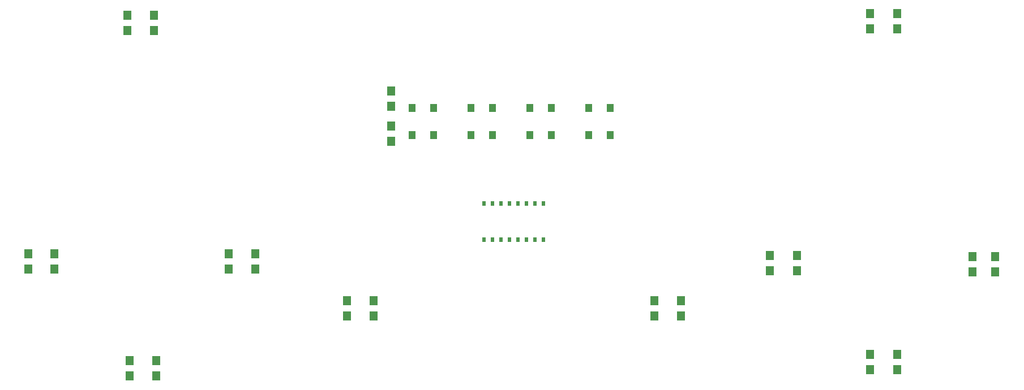
<source format=gbr>
G04 EasyPC Gerber Version 21.0.3 Build 4286 *
G04 #@! TF.Part,Single*
G04 #@! TF.FileFunction,Paste,Top *
G04 #@! TF.FilePolarity,Positive *
%FSLAX35Y35*%
%MOIN*%
G04 #@! TA.AperFunction,SMDPad*
%ADD87R,0.01959X0.02746*%
%ADD88R,0.04124X0.04518*%
%ADD86R,0.04900X0.05400*%
X0Y0D02*
D02*
D86*
X91982Y191222D03*
Y200222D03*
X107337Y191222D03*
Y200222D03*
X150250Y332167D03*
Y341167D03*
X151431Y128230D03*
Y137230D03*
X165998Y332167D03*
Y341167D03*
X167179Y128230D03*
Y137230D03*
X209699Y191222D03*
Y200222D03*
X225447Y191222D03*
Y200222D03*
X279384Y163663D03*
Y172663D03*
X295132Y163663D03*
Y172663D03*
X305368Y266813D03*
Y275813D03*
Y287285D03*
Y296285D03*
X460486Y163663D03*
Y172663D03*
X476234Y163663D03*
Y172663D03*
X528596Y190435D03*
Y199435D03*
X544344Y190435D03*
Y199435D03*
X587652Y132167D03*
Y141167D03*
Y332955D03*
Y341955D03*
X603400Y132167D03*
Y141167D03*
Y332955D03*
Y341955D03*
X647888Y189648D03*
Y198648D03*
X661274Y189648D03*
Y198648D03*
D02*
D87*
X360309Y208616D03*
Y230073D03*
X365309Y208616D03*
Y230073D03*
X370309Y208616D03*
Y230073D03*
X375309Y208616D03*
Y230073D03*
X380309Y208616D03*
Y230073D03*
X385309Y208616D03*
Y230073D03*
X390309Y208616D03*
Y230073D03*
X395309Y208616D03*
Y230073D03*
D02*
D88*
X317967Y270329D03*
Y286470D03*
X330565Y270329D03*
Y286470D03*
X352612Y270329D03*
Y286470D03*
X365211Y270329D03*
Y286470D03*
X387258Y270329D03*
Y286470D03*
X399856Y270329D03*
Y286470D03*
X421904Y270329D03*
Y286470D03*
X434502Y270329D03*
Y286470D03*
X0Y0D02*
M02*

</source>
